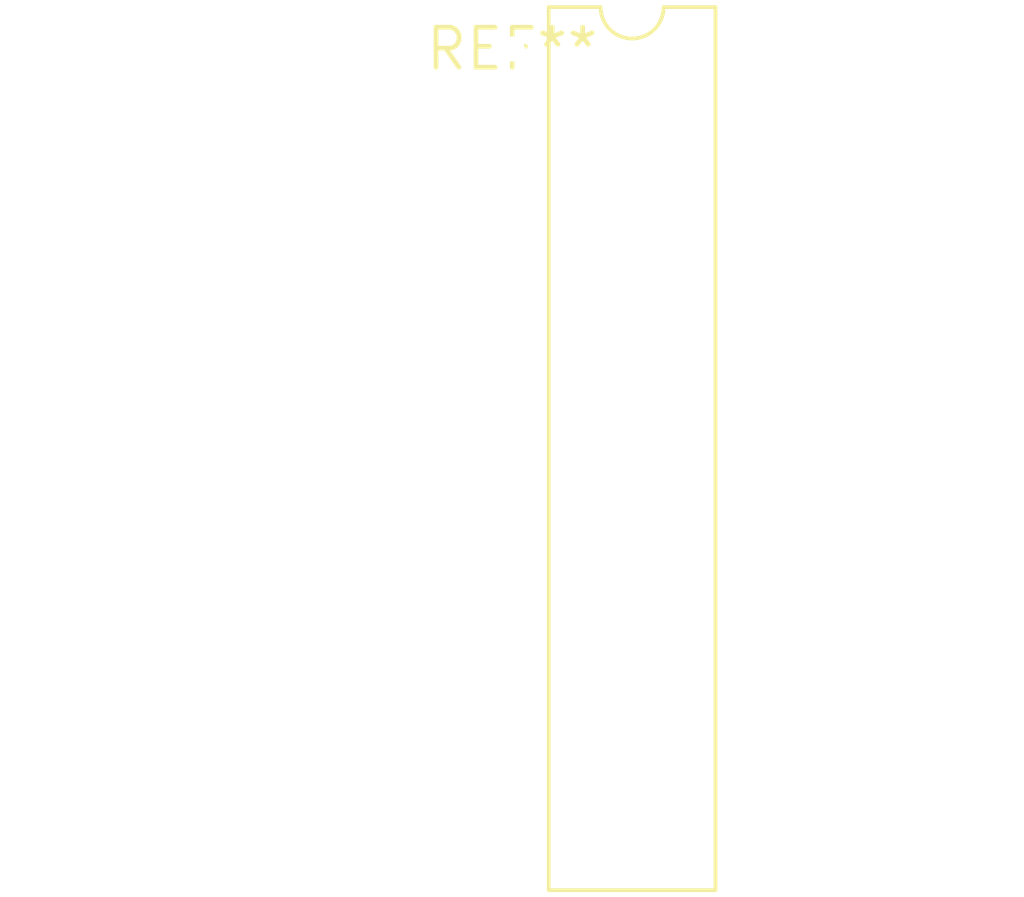
<source format=kicad_pcb>
(kicad_pcb (version 20240108) (generator pcbnew)
  (layers (0 "F.Cu" signal) (31 "B.Cu" signal) (34 "B.Paste" user) (35 "F.Paste" user) (36 "B.SilkS" user "B.Silkscreen") (37 "F.SilkS" user "F.Silkscreen") (38 "B.Mask" user) (39 "F.Mask" user) (44 "Edge.Cuts" user))
  (net 0 "")
  (footprint "CERDIP-22_W7.62mm_SideBrazed" (layer "F.Cu") (at 0 0)
    (property "Reference" "REF**")
    (property "Value" "CERDIP-22_W7.62mm_SideBrazed")
    (fp_line (start 1.16 -1.33) (end 1.16 26.73) (layer "F.SilkS") (stroke (width 0.12)))
    (fp_line (start 1.16 26.73) (end 6.46 26.73) (layer "F.SilkS") (stroke (width 0.12)))
    (fp_line (start 2.81 -1.33) (end 1.16 -1.33) (layer "F.SilkS") (stroke (width 0.12)))
    (fp_line (start 6.46 -1.33) (end 4.81 -1.33) (layer "F.SilkS") (stroke (width 0.12)))
    (fp_line (start 6.46 26.73) (end 6.46 -1.33) (layer "F.SilkS") (stroke (width 0.12)))
    (fp_arc (start 4.81 -1.33) (mid 3.81 -0.33) (end 2.81 -1.33) (layer "F.SilkS") (stroke (width 0.12)))
    (pad "1" thru_hole rect (at 0 0) (size 1.6 1.6) (drill 0.8) (layers *.Cu *.Mask) (remove_unused_layers))
    (pad "2" thru_hole circle (at 0 2.54) (size 1.6 1.6) (drill 0.8) (layers *.Cu *.Mask) (remove_unused_layers))
    (pad "3" thru_hole circle (at 0 5.08) (size 1.6 1.6) (drill 0.8) (layers *.Cu *.Mask) (remove_unused_layers))
    (pad "4" thru_hole circle (at 0 7.62) (size 1.6 1.6) (drill 0.8) (layers *.Cu *.Mask) (remove_unused_layers))
    (pad "5" thru_hole circle (at 0 10.16) (size 1.6 1.6) (drill 0.8) (layers *.Cu *.Mask) (remove_unused_layers))
    (pad "6" thru_hole circle (at 0 12.7) (size 1.6 1.6) (drill 0.8) (layers *.Cu *.Mask) (remove_unused_layers))
    (pad "7" thru_hole circle (at 0 15.24) (size 1.6 1.6) (drill 0.8) (layers *.Cu *.Mask) (remove_unused_layers))
    (pad "8" thru_hole circle (at 0 17.78) (size 1.6 1.6) (drill 0.8) (layers *.Cu *.Mask) (remove_unused_layers))
    (pad "9" thru_hole circle (at 0 20.32) (size 1.6 1.6) (drill 0.8) (layers *.Cu *.Mask) (remove_unused_layers))
    (pad "10" thru_hole circle (at 0 22.86) (size 1.6 1.6) (drill 0.8) (layers *.Cu *.Mask) (remove_unused_layers))
    (pad "11" thru_hole circle (at 0 25.4) (size 1.6 1.6) (drill 0.8) (layers *.Cu *.Mask) (remove_unused_layers))
    (pad "12" thru_hole circle (at 7.62 25.4) (size 1.6 1.6) (drill 0.8) (layers *.Cu *.Mask) (remove_unused_layers))
    (pad "13" thru_hole circle (at 7.62 22.86) (size 1.6 1.6) (drill 0.8) (layers *.Cu *.Mask) (remove_unused_layers))
    (pad "14" thru_hole circle (at 7.62 20.32) (size 1.6 1.6) (drill 0.8) (layers *.Cu *.Mask) (remove_unused_layers))
    (pad "15" thru_hole circle (at 7.62 17.78) (size 1.6 1.6) (drill 0.8) (layers *.Cu *.Mask) (remove_unused_layers))
    (pad "16" thru_hole circle (at 7.62 15.24) (size 1.6 1.6) (drill 0.8) (layers *.Cu *.Mask) (remove_unused_layers))
    (pad "17" thru_hole circle (at 7.62 12.7) (size 1.6 1.6) (drill 0.8) (layers *.Cu *.Mask) (remove_unused_layers))
    (pad "18" thru_hole circle (at 7.62 10.16) (size 1.6 1.6) (drill 0.8) (layers *.Cu *.Mask) (remove_unused_layers))
    (pad "19" thru_hole circle (at 7.62 7.62) (size 1.6 1.6) (drill 0.8) (layers *.Cu *.Mask) (remove_unused_layers))
    (pad "20" thru_hole circle (at 7.62 5.08) (size 1.6 1.6) (drill 0.8) (layers *.Cu *.Mask) (remove_unused_layers))
    (pad "21" thru_hole circle (at 7.62 2.54) (size 1.6 1.6) (drill 0.8) (layers *.Cu *.Mask) (remove_unused_layers))
    (pad "22" thru_hole circle (at 7.62 0) (size 1.6 1.6) (drill 0.8) (layers *.Cu *.Mask) (remove_unused_layers))
  )
)
</source>
